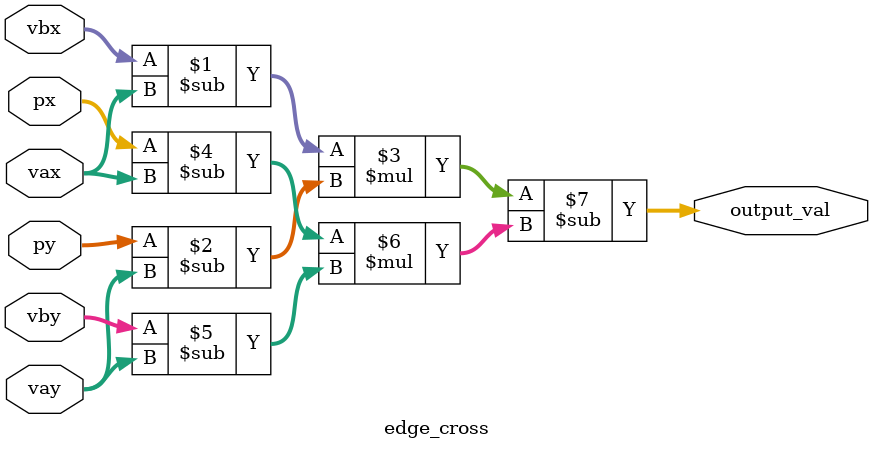
<source format=v>
`timescale 1ns / 1ps

module edge_cross (
    input wire [15:0] vax, vay,
    input wire [15:0] vbx, vby,
    input wire [15:0] px, py,
    output wire [31:0] output_val
    );
    
    reg [31:0] output_reg;
    assign output_val = ((vbx - vax)*(py - vay)) - ((px - vax)*(vby - vay));
endmodule
</source>
